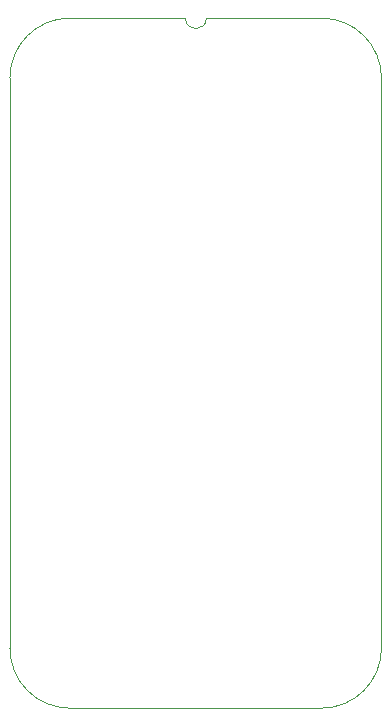
<source format=gm1>
%TF.GenerationSoftware,KiCad,Pcbnew,9.0.4*%
%TF.CreationDate,2025-09-19T09:14:31+02:00*%
%TF.ProjectId,Clock Device,436c6f63-6b20-4446-9576-6963652e6b69,V1*%
%TF.SameCoordinates,Original*%
%TF.FileFunction,Profile,NP*%
%FSLAX46Y46*%
G04 Gerber Fmt 4.6, Leading zero omitted, Abs format (unit mm)*
G04 Created by KiCad (PCBNEW 9.0.4) date 2025-09-19 09:14:31*
%MOMM*%
%LPD*%
G01*
G04 APERTURE LIST*
%TA.AperFunction,Profile*%
%ADD10C,0.100000*%
%TD*%
G04 APERTURE END LIST*
D10*
X-1778000Y0D02*
G75*
G02*
X3283981Y5080000I5071000J9000D01*
G01*
X14859000Y5080000D02*
G75*
G02*
X13081000Y5080000I-889000J0D01*
G01*
X24599257Y5079999D02*
G75*
G02*
X29679259Y0I9003J-5070999D01*
G01*
X3283981Y-53340000D02*
G75*
G02*
X-1778000Y-48260000I9019J5071000D01*
G01*
X29679257Y0D02*
X29679257Y-48260000D01*
X29679257Y-48260000D02*
G75*
G02*
X24617276Y-53339997I-5070997J-9000D01*
G01*
X24617276Y-53340000D02*
X3283981Y-53340000D01*
X13081000Y5080000D02*
X3283981Y5080000D01*
X-1778000Y0D02*
X-1778000Y-48260000D01*
X24599257Y5079999D02*
X14859000Y5080000D01*
M02*

</source>
